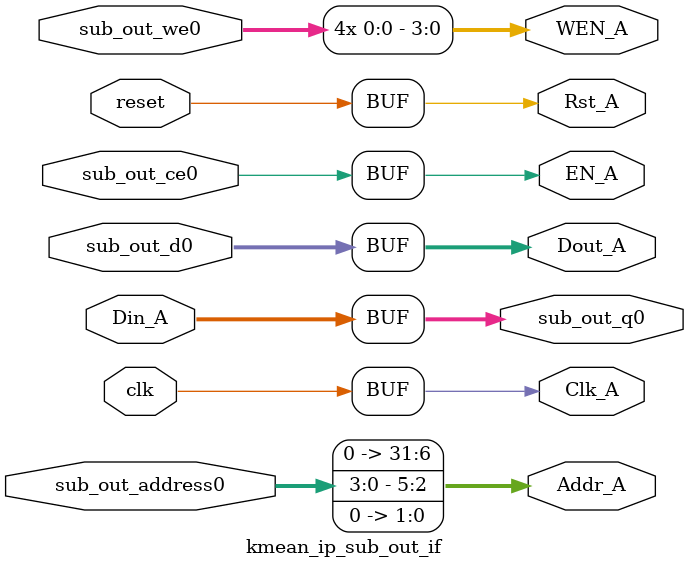
<source format=v>


`timescale 1ns/1ps

module kmean_ip_sub_out_if (
    // system singals
    input  wire        clk,
    input  wire        reset,
    // user signals
    input  wire [3:0]  sub_out_address0,
    input  wire        sub_out_ce0,
    input  wire        sub_out_we0,
    input  wire [31:0] sub_out_d0,
    output wire [31:0] sub_out_q0,
    // bus signals
    output wire        Clk_A,
    output wire        Rst_A,
    output wire        EN_A,
    output wire [3:0]  WEN_A,
    output wire [31:0] Addr_A,
    output wire [31:0] Dout_A,
    input  wire [31:0] Din_A
);
//------------------------Body---------------------------
assign Clk_A      = clk;
assign Rst_A      = reset;
assign EN_A       = sub_out_ce0;
assign Addr_A     = {sub_out_address0, 2'b0};
assign WEN_A      = {4{sub_out_we0}};
assign Dout_A     = sub_out_d0;
assign sub_out_q0 = Din_A[31:0];

endmodule

</source>
